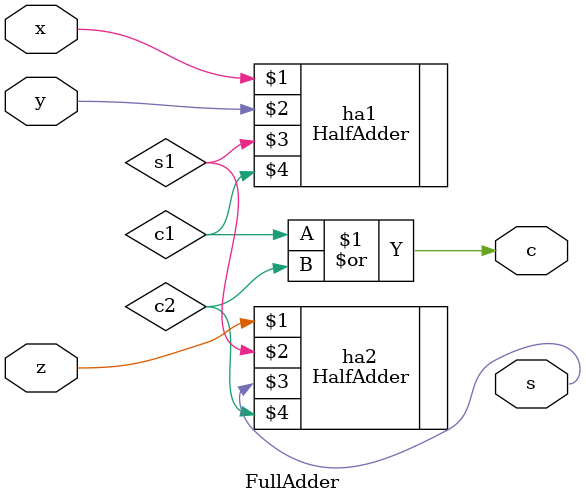
<source format=v>
`timescale 1ns / 1ps

module FullAdder(

    input x, y, z,
    
    output s, c

    );
    
    wire s1, c1, c2;
    
    HalfAdder ha1(x, y, s1, c1);
    HalfAdder ha2(z, s1, s, c2);
    
    assign c = c1 | c2;
    
endmodule

</source>
